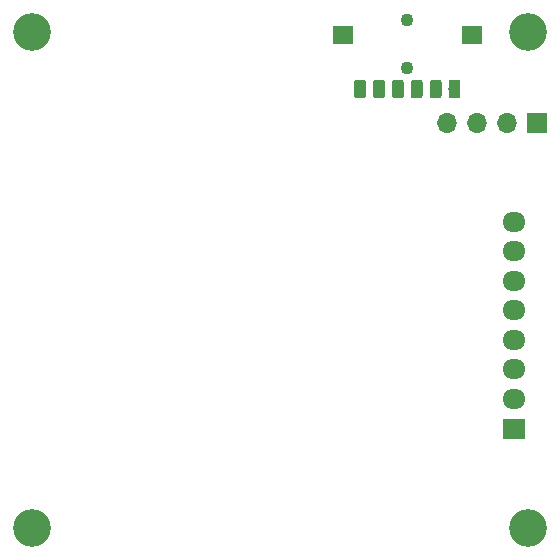
<source format=gbs>
G04 #@! TF.GenerationSoftware,KiCad,Pcbnew,(5.0.0)*
G04 #@! TF.CreationDate,2019-09-16T11:16:57+09:00*
G04 #@! TF.ProjectId,ESP32,45535033322E6B696361645F70636200,rev?*
G04 #@! TF.SameCoordinates,Original*
G04 #@! TF.FileFunction,Soldermask,Bot*
G04 #@! TF.FilePolarity,Negative*
%FSLAX46Y46*%
G04 Gerber Fmt 4.6, Leading zero omitted, Abs format (unit mm)*
G04 Created by KiCad (PCBNEW (5.0.0)) date 09/16/19 11:16:57*
%MOMM*%
%LPD*%
G01*
G04 APERTURE LIST*
%ADD10R,1.800000X1.600000*%
%ADD11C,1.100000*%
%ADD12C,0.100000*%
%ADD13C,1.000000*%
%ADD14R,1.950000X1.700000*%
%ADD15O,1.950000X1.700000*%
%ADD16C,3.200000*%
%ADD17R,1.700000X1.700000*%
%ADD18O,1.700000X1.700000*%
G04 APERTURE END LIST*
D10*
G04 #@! TO.C,SW3*
X128350000Y-86250000D03*
X139200000Y-86250000D03*
D11*
X133750000Y-85050000D03*
X133750000Y-89050000D03*
D12*
G36*
X131624504Y-90051204D02*
X131648773Y-90054804D01*
X131672571Y-90060765D01*
X131695671Y-90069030D01*
X131717849Y-90079520D01*
X131738893Y-90092133D01*
X131758598Y-90106747D01*
X131776777Y-90123223D01*
X131793253Y-90141402D01*
X131807867Y-90161107D01*
X131820480Y-90182151D01*
X131830970Y-90204329D01*
X131839235Y-90227429D01*
X131845196Y-90251227D01*
X131848796Y-90275496D01*
X131850000Y-90300000D01*
X131850000Y-91400000D01*
X131848796Y-91424504D01*
X131845196Y-91448773D01*
X131839235Y-91472571D01*
X131830970Y-91495671D01*
X131820480Y-91517849D01*
X131807867Y-91538893D01*
X131793253Y-91558598D01*
X131776777Y-91576777D01*
X131758598Y-91593253D01*
X131738893Y-91607867D01*
X131717849Y-91620480D01*
X131695671Y-91630970D01*
X131672571Y-91639235D01*
X131648773Y-91645196D01*
X131624504Y-91648796D01*
X131600000Y-91650000D01*
X131100000Y-91650000D01*
X131075496Y-91648796D01*
X131051227Y-91645196D01*
X131027429Y-91639235D01*
X131004329Y-91630970D01*
X130982151Y-91620480D01*
X130961107Y-91607867D01*
X130941402Y-91593253D01*
X130923223Y-91576777D01*
X130906747Y-91558598D01*
X130892133Y-91538893D01*
X130879520Y-91517849D01*
X130869030Y-91495671D01*
X130860765Y-91472571D01*
X130854804Y-91448773D01*
X130851204Y-91424504D01*
X130850000Y-91400000D01*
X130850000Y-90300000D01*
X130851204Y-90275496D01*
X130854804Y-90251227D01*
X130860765Y-90227429D01*
X130869030Y-90204329D01*
X130879520Y-90182151D01*
X130892133Y-90161107D01*
X130906747Y-90141402D01*
X130923223Y-90123223D01*
X130941402Y-90106747D01*
X130961107Y-90092133D01*
X130982151Y-90079520D01*
X131004329Y-90069030D01*
X131027429Y-90060765D01*
X131051227Y-90054804D01*
X131075496Y-90051204D01*
X131100000Y-90050000D01*
X131600000Y-90050000D01*
X131624504Y-90051204D01*
X131624504Y-90051204D01*
G37*
D13*
X131350000Y-90850000D03*
D12*
G36*
X134824504Y-90051204D02*
X134848773Y-90054804D01*
X134872571Y-90060765D01*
X134895671Y-90069030D01*
X134917849Y-90079520D01*
X134938893Y-90092133D01*
X134958598Y-90106747D01*
X134976777Y-90123223D01*
X134993253Y-90141402D01*
X135007867Y-90161107D01*
X135020480Y-90182151D01*
X135030970Y-90204329D01*
X135039235Y-90227429D01*
X135045196Y-90251227D01*
X135048796Y-90275496D01*
X135050000Y-90300000D01*
X135050000Y-91400000D01*
X135048796Y-91424504D01*
X135045196Y-91448773D01*
X135039235Y-91472571D01*
X135030970Y-91495671D01*
X135020480Y-91517849D01*
X135007867Y-91538893D01*
X134993253Y-91558598D01*
X134976777Y-91576777D01*
X134958598Y-91593253D01*
X134938893Y-91607867D01*
X134917849Y-91620480D01*
X134895671Y-91630970D01*
X134872571Y-91639235D01*
X134848773Y-91645196D01*
X134824504Y-91648796D01*
X134800000Y-91650000D01*
X134300000Y-91650000D01*
X134275496Y-91648796D01*
X134251227Y-91645196D01*
X134227429Y-91639235D01*
X134204329Y-91630970D01*
X134182151Y-91620480D01*
X134161107Y-91607867D01*
X134141402Y-91593253D01*
X134123223Y-91576777D01*
X134106747Y-91558598D01*
X134092133Y-91538893D01*
X134079520Y-91517849D01*
X134069030Y-91495671D01*
X134060765Y-91472571D01*
X134054804Y-91448773D01*
X134051204Y-91424504D01*
X134050000Y-91400000D01*
X134050000Y-90300000D01*
X134051204Y-90275496D01*
X134054804Y-90251227D01*
X134060765Y-90227429D01*
X134069030Y-90204329D01*
X134079520Y-90182151D01*
X134092133Y-90161107D01*
X134106747Y-90141402D01*
X134123223Y-90123223D01*
X134141402Y-90106747D01*
X134161107Y-90092133D01*
X134182151Y-90079520D01*
X134204329Y-90069030D01*
X134227429Y-90060765D01*
X134251227Y-90054804D01*
X134275496Y-90051204D01*
X134300000Y-90050000D01*
X134800000Y-90050000D01*
X134824504Y-90051204D01*
X134824504Y-90051204D01*
G37*
D13*
X134550000Y-90850000D03*
D12*
G36*
X130024504Y-90051204D02*
X130048773Y-90054804D01*
X130072571Y-90060765D01*
X130095671Y-90069030D01*
X130117849Y-90079520D01*
X130138893Y-90092133D01*
X130158598Y-90106747D01*
X130176777Y-90123223D01*
X130193253Y-90141402D01*
X130207867Y-90161107D01*
X130220480Y-90182151D01*
X130230970Y-90204329D01*
X130239235Y-90227429D01*
X130245196Y-90251227D01*
X130248796Y-90275496D01*
X130250000Y-90300000D01*
X130250000Y-91400000D01*
X130248796Y-91424504D01*
X130245196Y-91448773D01*
X130239235Y-91472571D01*
X130230970Y-91495671D01*
X130220480Y-91517849D01*
X130207867Y-91538893D01*
X130193253Y-91558598D01*
X130176777Y-91576777D01*
X130158598Y-91593253D01*
X130138893Y-91607867D01*
X130117849Y-91620480D01*
X130095671Y-91630970D01*
X130072571Y-91639235D01*
X130048773Y-91645196D01*
X130024504Y-91648796D01*
X130000000Y-91650000D01*
X129500000Y-91650000D01*
X129475496Y-91648796D01*
X129451227Y-91645196D01*
X129427429Y-91639235D01*
X129404329Y-91630970D01*
X129382151Y-91620480D01*
X129361107Y-91607867D01*
X129341402Y-91593253D01*
X129323223Y-91576777D01*
X129306747Y-91558598D01*
X129292133Y-91538893D01*
X129279520Y-91517849D01*
X129269030Y-91495671D01*
X129260765Y-91472571D01*
X129254804Y-91448773D01*
X129251204Y-91424504D01*
X129250000Y-91400000D01*
X129250000Y-90300000D01*
X129251204Y-90275496D01*
X129254804Y-90251227D01*
X129260765Y-90227429D01*
X129269030Y-90204329D01*
X129279520Y-90182151D01*
X129292133Y-90161107D01*
X129306747Y-90141402D01*
X129323223Y-90123223D01*
X129341402Y-90106747D01*
X129361107Y-90092133D01*
X129382151Y-90079520D01*
X129404329Y-90069030D01*
X129427429Y-90060765D01*
X129451227Y-90054804D01*
X129475496Y-90051204D01*
X129500000Y-90050000D01*
X130000000Y-90050000D01*
X130024504Y-90051204D01*
X130024504Y-90051204D01*
G37*
D13*
X129750000Y-90850000D03*
D12*
G36*
X138024504Y-90051204D02*
X138048773Y-90054804D01*
X138072571Y-90060765D01*
X138095671Y-90069030D01*
X138117849Y-90079520D01*
X138138893Y-90092133D01*
X138158598Y-90106747D01*
X138176777Y-90123223D01*
X138193253Y-90141402D01*
X138207867Y-90161107D01*
X138220480Y-90182151D01*
X138230970Y-90204329D01*
X138239235Y-90227429D01*
X138245196Y-90251227D01*
X138248796Y-90275496D01*
X138250000Y-90300000D01*
X138250000Y-91400000D01*
X138248796Y-91424504D01*
X138245196Y-91448773D01*
X138239235Y-91472571D01*
X138230970Y-91495671D01*
X138220480Y-91517849D01*
X138207867Y-91538893D01*
X138193253Y-91558598D01*
X138176777Y-91576777D01*
X138158598Y-91593253D01*
X138138893Y-91607867D01*
X138117849Y-91620480D01*
X138095671Y-91630970D01*
X138072571Y-91639235D01*
X138048773Y-91645196D01*
X138024504Y-91648796D01*
X138000000Y-91650000D01*
X137500000Y-91650000D01*
X137475496Y-91648796D01*
X137451227Y-91645196D01*
X137427429Y-91639235D01*
X137404329Y-91630970D01*
X137382151Y-91620480D01*
X137361107Y-91607867D01*
X137341402Y-91593253D01*
X137323223Y-91576777D01*
X137306747Y-91558598D01*
X137292133Y-91538893D01*
X137279520Y-91517849D01*
X137269030Y-91495671D01*
X137260765Y-91472571D01*
X137254804Y-91448773D01*
X137251204Y-91424504D01*
X137250000Y-91400000D01*
X137250000Y-90300000D01*
X137251204Y-90275496D01*
X137254804Y-90251227D01*
X137260765Y-90227429D01*
X137269030Y-90204329D01*
X137279520Y-90182151D01*
X137292133Y-90161107D01*
X137306747Y-90141402D01*
X137323223Y-90123223D01*
X137341402Y-90106747D01*
X137361107Y-90092133D01*
X137382151Y-90079520D01*
X137404329Y-90069030D01*
X137427429Y-90060765D01*
X137451227Y-90054804D01*
X137475496Y-90051204D01*
X137500000Y-90050000D01*
X138000000Y-90050000D01*
X138024504Y-90051204D01*
X138024504Y-90051204D01*
G37*
D13*
X137750000Y-90850000D03*
D12*
G36*
X133224504Y-90051204D02*
X133248773Y-90054804D01*
X133272571Y-90060765D01*
X133295671Y-90069030D01*
X133317849Y-90079520D01*
X133338893Y-90092133D01*
X133358598Y-90106747D01*
X133376777Y-90123223D01*
X133393253Y-90141402D01*
X133407867Y-90161107D01*
X133420480Y-90182151D01*
X133430970Y-90204329D01*
X133439235Y-90227429D01*
X133445196Y-90251227D01*
X133448796Y-90275496D01*
X133450000Y-90300000D01*
X133450000Y-91400000D01*
X133448796Y-91424504D01*
X133445196Y-91448773D01*
X133439235Y-91472571D01*
X133430970Y-91495671D01*
X133420480Y-91517849D01*
X133407867Y-91538893D01*
X133393253Y-91558598D01*
X133376777Y-91576777D01*
X133358598Y-91593253D01*
X133338893Y-91607867D01*
X133317849Y-91620480D01*
X133295671Y-91630970D01*
X133272571Y-91639235D01*
X133248773Y-91645196D01*
X133224504Y-91648796D01*
X133200000Y-91650000D01*
X132700000Y-91650000D01*
X132675496Y-91648796D01*
X132651227Y-91645196D01*
X132627429Y-91639235D01*
X132604329Y-91630970D01*
X132582151Y-91620480D01*
X132561107Y-91607867D01*
X132541402Y-91593253D01*
X132523223Y-91576777D01*
X132506747Y-91558598D01*
X132492133Y-91538893D01*
X132479520Y-91517849D01*
X132469030Y-91495671D01*
X132460765Y-91472571D01*
X132454804Y-91448773D01*
X132451204Y-91424504D01*
X132450000Y-91400000D01*
X132450000Y-90300000D01*
X132451204Y-90275496D01*
X132454804Y-90251227D01*
X132460765Y-90227429D01*
X132469030Y-90204329D01*
X132479520Y-90182151D01*
X132492133Y-90161107D01*
X132506747Y-90141402D01*
X132523223Y-90123223D01*
X132541402Y-90106747D01*
X132561107Y-90092133D01*
X132582151Y-90079520D01*
X132604329Y-90069030D01*
X132627429Y-90060765D01*
X132651227Y-90054804D01*
X132675496Y-90051204D01*
X132700000Y-90050000D01*
X133200000Y-90050000D01*
X133224504Y-90051204D01*
X133224504Y-90051204D01*
G37*
D13*
X132950000Y-90850000D03*
D12*
G36*
X136424504Y-90051204D02*
X136448773Y-90054804D01*
X136472571Y-90060765D01*
X136495671Y-90069030D01*
X136517849Y-90079520D01*
X136538893Y-90092133D01*
X136558598Y-90106747D01*
X136576777Y-90123223D01*
X136593253Y-90141402D01*
X136607867Y-90161107D01*
X136620480Y-90182151D01*
X136630970Y-90204329D01*
X136639235Y-90227429D01*
X136645196Y-90251227D01*
X136648796Y-90275496D01*
X136650000Y-90300000D01*
X136650000Y-91400000D01*
X136648796Y-91424504D01*
X136645196Y-91448773D01*
X136639235Y-91472571D01*
X136630970Y-91495671D01*
X136620480Y-91517849D01*
X136607867Y-91538893D01*
X136593253Y-91558598D01*
X136576777Y-91576777D01*
X136558598Y-91593253D01*
X136538893Y-91607867D01*
X136517849Y-91620480D01*
X136495671Y-91630970D01*
X136472571Y-91639235D01*
X136448773Y-91645196D01*
X136424504Y-91648796D01*
X136400000Y-91650000D01*
X135900000Y-91650000D01*
X135875496Y-91648796D01*
X135851227Y-91645196D01*
X135827429Y-91639235D01*
X135804329Y-91630970D01*
X135782151Y-91620480D01*
X135761107Y-91607867D01*
X135741402Y-91593253D01*
X135723223Y-91576777D01*
X135706747Y-91558598D01*
X135692133Y-91538893D01*
X135679520Y-91517849D01*
X135669030Y-91495671D01*
X135660765Y-91472571D01*
X135654804Y-91448773D01*
X135651204Y-91424504D01*
X135650000Y-91400000D01*
X135650000Y-90300000D01*
X135651204Y-90275496D01*
X135654804Y-90251227D01*
X135660765Y-90227429D01*
X135669030Y-90204329D01*
X135679520Y-90182151D01*
X135692133Y-90161107D01*
X135706747Y-90141402D01*
X135723223Y-90123223D01*
X135741402Y-90106747D01*
X135761107Y-90092133D01*
X135782151Y-90079520D01*
X135804329Y-90069030D01*
X135827429Y-90060765D01*
X135851227Y-90054804D01*
X135875496Y-90051204D01*
X135900000Y-90050000D01*
X136400000Y-90050000D01*
X136424504Y-90051204D01*
X136424504Y-90051204D01*
G37*
D13*
X136150000Y-90850000D03*
G04 #@! TD*
D14*
G04 #@! TO.C,J2*
X142800000Y-119600000D03*
D15*
X142800000Y-117100000D03*
X142800000Y-114600000D03*
X142800000Y-112100000D03*
X142800000Y-109600000D03*
X142800000Y-107100000D03*
X142800000Y-104600000D03*
X142800000Y-102100000D03*
G04 #@! TD*
D16*
G04 #@! TO.C,REF\002A\002A*
X144000000Y-128000000D03*
G04 #@! TD*
G04 #@! TO.C,REF\002A\002A*
X102000000Y-128000000D03*
G04 #@! TD*
G04 #@! TO.C,REF\002A\002A*
X144000000Y-86000000D03*
G04 #@! TD*
D17*
G04 #@! TO.C,J3*
X144750000Y-93750000D03*
D18*
X142210000Y-93750000D03*
X139670000Y-93750000D03*
X137130000Y-93750000D03*
G04 #@! TD*
D16*
G04 #@! TO.C,REF\002A\002A*
X102000000Y-86000000D03*
G04 #@! TD*
M02*

</source>
